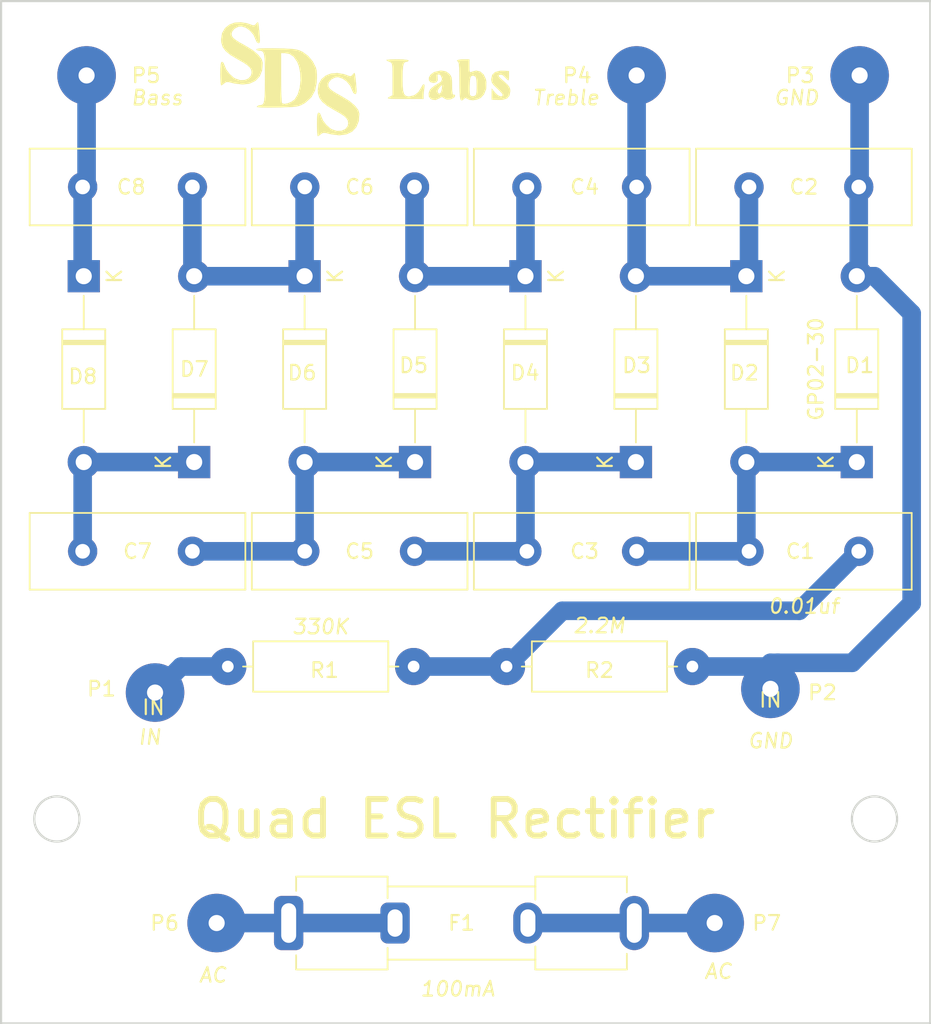
<source format=kicad_pcb>
(kicad_pcb (version 20221018) (generator pcbnew)
  (layers (0 "F.Cu" signal) (31 "B.Cu" signal) (34 "B.Paste" user) (35 "F.Paste" user) (36 "B.SilkS" user "B.Silkscreen") (37 "F.SilkS" user "F.Silkscreen") (38 "B.Mask" user) (39 "F.Mask" user) (44 "Edge.Cuts" user))
  (net 0 "")
  (net 1 "Net-(D1-K)")
  (net 2 "Net-(D2-K)")
  (net 3 "Net-(D1-A)")
  (net 4 "Net-(D3-K)")
  (net 5 "Net-(D4-K)")
  (net 6 "Net-(C1-Pad2)")
  (net 7 "Net-(D5-K)")
  (net 8 "Net-(D6-K)")
  (net 9 "Net-(D7-K)")
  (net 10 "Net-(D8-K)")
  (net 11 "Net-(P6-P1)")
  (net 12 "Net-(P7-P1)")
  (net 13 "Net-(P1-P1)")
  (footprint "Capacitor_THT:C_Disc_D14.5mm_W5.0mm_P7.50mm" (layer "F.Cu") (at 149.92 79.756)
    (fp_text reference "C1" (at 3.496 0) (layer "F.SilkS"))
    (fp_text value "0.01uf" (at 3.75 3.75) (layer "F.SilkS") (effects (font (thickness 0.15) italic)))
    (fp_line (start -3.62 -2.62) (end -3.62 2.62) (stroke (width 0.12)) (layer "F.SilkS"))
    (fp_line (start -3.62 -2.62) (end 11.12 -2.62) (stroke (width 0.12)) (layer "F.SilkS"))
    (fp_line (start -3.62 2.62) (end 11.12 2.62) (stroke (width 0.12)) (layer "F.SilkS"))
    (fp_line (start 11.12 -2.62) (end 11.12 2.62) (stroke (width 0.12)) (layer "F.SilkS"))
    (pad "1" thru_hole circle (at 0 0) (size 2 2) (drill 1) (layers "*.Cu" "*.Mask") (net 1 "Net-(D1-K)"))
    (pad "2" thru_hole circle (at 7.5 0) (size 2 2) (drill 1) (layers "*.Cu" "*.Mask") (net 6 "Net-(C1-Pad2)"))
  )
  (footprint "Capacitor_THT:C_Disc_D14.5mm_W5.0mm_P7.50mm" (layer "F.Cu") (at 149.92 54.864)
    (fp_text reference "C2" (at 3.75 0) (layer "F.SilkS"))
    (fp_text value "0.01uf")
    (fp_line (start -3.62 -2.62) (end -3.62 2.62) (stroke (width 0.12)) (layer "F.SilkS"))
    (fp_line (start -3.62 -2.62) (end 11.12 -2.62) (stroke (width 0.12)) (layer "F.SilkS"))
    (fp_line (start -3.62 2.62) (end 11.12 2.62) (stroke (width 0.12)) (layer "F.SilkS"))
    (fp_line (start 11.12 -2.62) (end 11.12 2.62) (stroke (width 0.12)) (layer "F.SilkS"))
    (pad "1" thru_hole circle (at 0 0) (size 2 2) (drill 1) (layers "*.Cu" "*.Mask") (net 2 "Net-(D2-K)"))
    (pad "2" thru_hole circle (at 7.5 0) (size 2 2) (drill 1) (layers "*.Cu" "*.Mask") (net 3 "Net-(D1-A)"))
  )
  (footprint "Capacitor_THT:C_Disc_D14.5mm_W5.0mm_P7.50mm" (layer "F.Cu") (at 134.74 79.756)
    (fp_text reference "C3" (at 3.944 0) (layer "F.SilkS"))
    (fp_text value "0.01uf")
    (fp_line (start -3.62 -2.62) (end -3.62 2.62) (stroke (width 0.12)) (layer "F.SilkS"))
    (fp_line (start -3.62 -2.62) (end 11.12 -2.62) (stroke (width 0.12)) (layer "F.SilkS"))
    (fp_line (start -3.62 2.62) (end 11.12 2.62) (stroke (width 0.12)) (layer "F.SilkS"))
    (fp_line (start 11.12 -2.62) (end 11.12 2.62) (stroke (width 0.12)) (layer "F.SilkS"))
    (pad "1" thru_hole circle (at 0 0) (size 2 2) (drill 1) (layers "*.Cu" "*.Mask") (net 4 "Net-(D3-K)"))
    (pad "2" thru_hole circle (at 7.5 0) (size 2 2) (drill 1) (layers "*.Cu" "*.Mask") (net 1 "Net-(D1-K)"))
  )
  (footprint "Capacitor_THT:C_Disc_D14.5mm_W5.0mm_P7.50mm" (layer "F.Cu") (at 134.74 54.864)
    (fp_text reference "C4" (at 3.944 0) (layer "F.SilkS"))
    (fp_text value "0.01uf")
    (fp_line (start -3.62 -2.62) (end -3.62 2.62) (stroke (width 0.12)) (layer "F.SilkS"))
    (fp_line (start -3.62 -2.62) (end 11.12 -2.62) (stroke (width 0.12)) (layer "F.SilkS"))
    (fp_line (start -3.62 2.62) (end 11.12 2.62) (stroke (width 0.12)) (layer "F.SilkS"))
    (fp_line (start 11.12 -2.62) (end 11.12 2.62) (stroke (width 0.12)) (layer "F.SilkS"))
    (pad "1" thru_hole circle (at 0 0) (size 2 2) (drill 1) (layers "*.Cu" "*.Mask") (net 5 "Net-(D4-K)"))
    (pad "2" thru_hole circle (at 7.5 0) (size 2 2) (drill 1) (layers "*.Cu" "*.Mask") (net 2 "Net-(D2-K)"))
  )
  (footprint "Capacitor_THT:C_Disc_D14.5mm_W5.0mm_P7.50mm" (layer "F.Cu") (at 119.56 79.756)
    (fp_text reference "C5" (at 3.75 0) (layer "F.SilkS"))
    (fp_text value "0.01uf")
    (fp_line (start -3.62 -2.62) (end -3.62 2.62) (stroke (width 0.12)) (layer "F.SilkS"))
    (fp_line (start -3.62 -2.62) (end 11.12 -2.62) (stroke (width 0.12)) (layer "F.SilkS"))
    (fp_line (start -3.62 2.62) (end 11.12 2.62) (stroke (width 0.12)) (layer "F.SilkS"))
    (fp_line (start 11.12 -2.62) (end 11.12 2.62) (stroke (width 0.12)) (layer "F.SilkS"))
    (pad "1" thru_hole circle (at 0 0) (size 2 2) (drill 1) (layers "*.Cu" "*.Mask") (net 7 "Net-(D5-K)"))
    (pad "2" thru_hole circle (at 7.5 0) (size 2 2) (drill 1) (layers "*.Cu" "*.Mask") (net 4 "Net-(D3-K)"))
  )
  (footprint "Capacitor_THT:C_Disc_D14.5mm_W5.0mm_P7.50mm" (layer "F.Cu") (at 119.56 54.864)
    (fp_text reference "C6" (at 3.75 0) (layer "F.SilkS"))
    (fp_text value "0.01uf")
    (fp_line (start -3.62 -2.62) (end -3.62 2.62) (stroke (width 0.12)) (layer "F.SilkS"))
    (fp_line (start -3.62 -2.62) (end 11.12 -2.62) (stroke (width 0.12)) (layer "F.SilkS"))
    (fp_line (start -3.62 2.62) (end 11.12 2.62) (stroke (width 0.12)) (layer "F.SilkS"))
    (fp_line (start 11.12 -2.62) (end 11.12 2.62) (stroke (width 0.12)) (layer "F.SilkS"))
    (pad "1" thru_hole circle (at 0 0) (size 2 2) (drill 1) (layers "*.Cu" "*.Mask") (net 8 "Net-(D6-K)"))
    (pad "2" thru_hole circle (at 7.5 0) (size 2 2) (drill 1) (layers "*.Cu" "*.Mask") (net 5 "Net-(D4-K)"))
  )
  (footprint "Capacitor_THT:C_Disc_D14.5mm_W5.0mm_P7.50mm" (layer "F.Cu") (at 104.38 79.756)
    (fp_text reference "C7" (at 3.75 0) (layer "F.SilkS"))
    (fp_text value "0.01uf")
    (fp_line (start -3.62 -2.62) (end -3.62 2.62) (stroke (width 0.12)) (layer "F.SilkS"))
    (fp_line (start -3.62 -2.62) (end 11.12 -2.62) (stroke (width 0.12)) (layer "F.SilkS"))
    (fp_line (start -3.62 2.62) (end 11.12 2.62) (stroke (width 0.12)) (layer "F.SilkS"))
    (fp_line (start 11.12 -2.62) (end 11.12 2.62) (stroke (width 0.12)) (layer "F.SilkS"))
    (pad "1" thru_hole circle (at 0 0) (size 2 2) (drill 1) (layers "*.Cu" "*.Mask") (net 9 "Net-(D7-K)"))
    (pad "2" thru_hole circle (at 7.5 0) (size 2 2) (drill 1) (layers "*.Cu" "*.Mask") (net 7 "Net-(D5-K)"))
  )
  (footprint "Capacitor_THT:C_Disc_D14.5mm_W5.0mm_P7.50mm" (layer "F.Cu") (at 104.38 54.864)
    (fp_text reference "C8" (at 3.316 0) (layer "F.SilkS"))
    (fp_text value "0.01uf")
    (fp_line (start -3.62 -2.62) (end -3.62 2.62) (stroke (width 0.12)) (layer "F.SilkS"))
    (fp_line (start -3.62 -2.62) (end 11.12 -2.62) (stroke (width 0.12)) (layer "F.SilkS"))
    (fp_line (start -3.62 2.62) (end 11.12 2.62) (stroke (width 0.12)) (layer "F.SilkS"))
    (fp_line (start 11.12 -2.62) (end 11.12 2.62) (stroke (width 0.12)) (layer "F.SilkS"))
    (pad "1" thru_hole circle (at 0 0) (size 2 2) (drill 1) (layers "*.Cu" "*.Mask") (net 10 "Net-(D8-K)"))
    (pad "2" thru_hole circle (at 7.5 0) (size 2 2) (drill 1) (layers "*.Cu" "*.Mask") (net 8 "Net-(D6-K)"))
  )
  (footprint "Diode_THT:D_DO-41_SOD81_P12.70mm_Horizontal" (layer "F.Cu") (at 157.286 73.66 90)
    (fp_text reference "D1" (at 6.604 0.194 180) (layer "F.SilkS"))
    (fp_text value "D")
    (fp_text user "K" (at 0 -2.1 90) (layer "F.SilkS"))
    (fp_line (start 1.34 0) (end 3.63 0) (stroke (width 0.12)) (layer "F.SilkS"))
    (fp_line (start 3.63 -1.47) (end 3.63 1.47) (stroke (width 0.12)) (layer "F.SilkS"))
    (fp_line (start 3.63 1.47) (end 9.07 1.47) (stroke (width 0.12)) (layer "F.SilkS"))
    (fp_line (start 4.41 -1.47) (end 4.41 1.47) (stroke (width 0.12)) (layer "F.SilkS"))
    (fp_line (start 4.53 -1.47) (end 4.53 1.47) (stroke (width 0.12)) (layer "F.SilkS"))
    (fp_line (start 4.65 -1.47) (end 4.65 1.47) (stroke (width 0.12)) (layer "F.SilkS"))
    (fp_line (start 9.07 -1.47) (end 3.63 -1.47) (stroke (width 0.12)) (layer "F.SilkS"))
    (fp_line (start 9.07 1.47) (end 9.07 -1.47) (stroke (width 0.12)) (layer "F.SilkS"))
    (fp_line (start 11.36 0) (end 9.07 0) (stroke (width 0.12)) (layer "F.SilkS"))
    (pad "1" thru_hole rect (at 0 0 90) (size 2.2 2.2) (drill 1.1) (layers "*.Cu" "*.Mask") (net 1 "Net-(D1-K)"))
    (pad "2" thru_hole oval (at 12.7 0 90) (size 2.2 2.2) (drill 1.1) (layers "*.Cu" "*.Mask") (net 3 "Net-(D1-A)"))
  )
  (footprint "Diode_THT:D_DO-41_SOD81_P12.70mm_Horizontal" (layer "F.Cu") (at 149.738568 60.96 -90)
    (fp_text reference "D2" (at 6.604 0.132568) (layer "F.SilkS"))
    (fp_text value "D")
    (fp_text user "K" (at 0 -2.1 -90) (layer "F.SilkS"))
    (fp_line (start 1.34 0) (end 3.63 0) (stroke (width 0.12)) (layer "F.SilkS"))
    (fp_line (start 3.63 -1.47) (end 3.63 1.47) (stroke (width 0.12)) (layer "F.SilkS"))
    (fp_line (start 3.63 1.47) (end 9.07 1.47) (stroke (width 0.12)) (layer "F.SilkS"))
    (fp_line (start 4.41 -1.47) (end 4.41 1.47) (stroke (width 0.12)) (layer "F.SilkS"))
    (fp_line (start 4.53 -1.47) (end 4.53 1.47) (stroke (width 0.12)) (layer "F.SilkS"))
    (fp_line (start 4.65 -1.47) (end 4.65 1.47) (stroke (width 0.12)) (layer "F.SilkS"))
    (fp_line (start 9.07 -1.47) (end 3.63 -1.47) (stroke (width 0.12)) (layer "F.SilkS"))
    (fp_line (start 9.07 1.47) (end 9.07 -1.47) (stroke (width 0.12)) (layer "F.SilkS"))
    (fp_line (start 11.36 0) (end 9.07 0) (stroke (width 0.12)) (layer "F.SilkS"))
    (pad "1" thru_hole rect (at 0 0 270) (size 2.2 2.2) (drill 1.1) (layers "*.Cu" "*.Mask") (net 2 "Net-(D2-K)"))
    (pad "2" thru_hole oval (at 12.7 0 270) (size 2.2 2.2) (drill 1.1) (layers "*.Cu" "*.Mask") (net 1 "Net-(D1-K)"))
  )
  (footprint "Diode_THT:D_DO-41_SOD81_P12.70mm_Horizontal" (layer "F.Cu") (at 142.19114 73.66 90)
    (fp_text reference "D3" (at 6.604 0.04886 180) (layer "F.SilkS"))
    (fp_text value "D")
    (fp_text user "K" (at 0 -2.1 90) (layer "F.SilkS"))
    (fp_line (start 1.34 0) (end 3.63 0) (stroke (width 0.12)) (layer "F.SilkS"))
    (fp_line (start 3.63 -1.47) (end 3.63 1.47) (stroke (width 0.12)) (layer "F.SilkS"))
    (fp_line (start 3.63 1.47) (end 9.07 1.47) (stroke (width 0.12)) (layer "F.SilkS"))
    (fp_line (start 4.41 -1.47) (end 4.41 1.47) (stroke (width 0.12)) (layer "F.SilkS"))
    (fp_line (start 4.53 -1.47) (end 4.53 1.47) (stroke (width 0.12)) (layer "F.SilkS"))
    (fp_line (start 4.65 -1.47) (end 4.65 1.47) (stroke (width 0.12)) (layer "F.SilkS"))
    (fp_line (start 9.07 -1.47) (end 3.63 -1.47) (stroke (width 0.12)) (layer "F.SilkS"))
    (fp_line (start 9.07 1.47) (end 9.07 -1.47) (stroke (width 0.12)) (layer "F.SilkS"))
    (fp_line (start 11.36 0) (end 9.07 0) (stroke (width 0.12)) (layer "F.SilkS"))
    (pad "1" thru_hole rect (at 0 0 90) (size 2.2 2.2) (drill 1.1) (layers "*.Cu" "*.Mask") (net 4 "Net-(D3-K)"))
    (pad "2" thru_hole oval (at 12.7 0 90) (size 2.2 2.2) (drill 1.1) (layers "*.Cu" "*.Mask") (net 2 "Net-(D2-K)"))
  )
  (footprint "Diode_THT:D_DO-41_SOD81_P12.70mm_Horizontal" (layer "F.Cu") (at 134.643712 60.96 -90)
    (fp_text reference "D4" (at 6.604 0.023712) (layer "F.SilkS"))
    (fp_text value "D")
    (fp_text user "K" (at 0 -2.1 -90) (layer "F.SilkS"))
    (fp_line (start 1.34 0) (end 3.63 0) (stroke (width 0.12)) (layer "F.SilkS"))
    (fp_line (start 3.63 -1.47) (end 3.63 1.47) (stroke (width 0.12)) (layer "F.SilkS"))
    (fp_line (start 3.63 1.47) (end 9.07 1.47) (stroke (width 0.12)) (layer "F.SilkS"))
    (fp_line (start 4.41 -1.47) (end 4.41 1.47) (stroke (width 0.12)) (layer "F.SilkS"))
    (fp_line (start 4.53 -1.47) (end 4.53 1.47) (stroke (width 0.12)) (layer "F.SilkS"))
    (fp_line (start 4.65 -1.47) (end 4.65 1.47) (stroke (width 0.12)) (layer "F.SilkS"))
    (fp_line (start 9.07 -1.47) (end 3.63 -1.47) (stroke (width 0.12)) (layer "F.SilkS"))
    (fp_line (start 9.07 1.47) (end 9.07 -1.47) (stroke (width 0.12)) (layer "F.SilkS"))
    (fp_line (start 11.36 0) (end 9.07 0) (stroke (width 0.12)) (layer "F.SilkS"))
    (pad "1" thru_hole rect (at 0 0 270) (size 2.2 2.2) (drill 1.1) (layers "*.Cu" "*.Mask") (net 5 "Net-(D4-K)"))
    (pad "2" thru_hole oval (at 12.7 0 270) (size 2.2 2.2) (drill 1.1) (layers "*.Cu" "*.Mask") (net 4 "Net-(D3-K)"))
  )
  (footprint "Diode_THT:D_DO-41_SOD81_P12.70mm_Horizontal" (layer "F.Cu") (at 127.096284 73.66 90)
    (fp_text reference "D5" (at 6.604 -0.096284 180) (layer "F.SilkS"))
    (fp_text value "D")
    (fp_text user "K" (at 0 -2.1 90) (layer "F.SilkS"))
    (fp_line (start 1.34 0) (end 3.63 0) (stroke (width 0.12)) (layer "F.SilkS"))
    (fp_line (start 3.63 -1.47) (end 3.63 1.47) (stroke (width 0.12)) (layer "F.SilkS"))
    (fp_line (start 3.63 1.47) (end 9.07 1.47) (stroke (width 0.12)) (layer "F.SilkS"))
    (fp_line (start 4.41 -1.47) (end 4.41 1.47) (stroke (width 0.12)) (layer "F.SilkS"))
    (fp_line (start 4.53 -1.47) (end 4.53 1.47) (stroke (width 0.12)) (layer "F.SilkS"))
    (fp_line (start 4.65 -1.47) (end 4.65 1.47) (stroke (width 0.12)) (layer "F.SilkS"))
    (fp_line (start 9.07 -1.47) (end 3.63 -1.47) (stroke (width 0.12)) (layer "F.SilkS"))
    (fp_line (start 9.07 1.47) (end 9.07 -1.47) (stroke (width 0.12)) (layer "F.SilkS"))
    (fp_line (start 11.36 0) (end 9.07 0) (stroke (width 0.12)) (layer "F.SilkS"))
    (pad "1" thru_hole rect (at 0 0 90) (size 2.2 2.2) (drill 1.1) (layers "*.Cu" "*.Mask") (net 7 "Net-(D5-K)"))
    (pad "2" thru_hole oval (at 12.7 0 90) (size 2.2 2.2) (drill 1.1) (layers "*.Cu" "*.Mask") (net 5 "Net-(D4-K)"))
  )
  (footprint "Diode_THT:D_DO-41_SOD81_P12.70mm_Horizontal" (layer "F.Cu") (at 119.548856 60.96 -90)
    (fp_text reference "D6" (at 6.604 0.168856) (layer "F.SilkS"))
    (fp_text value "D")
    (fp_text user "K" (at 0 -2.1 -90) (layer "F.SilkS"))
    (fp_line (start 1.34 0) (end 3.63 0) (stroke (width 0.12)) (layer "F.SilkS"))
    (fp_line (start 3.63 -1.47) (end 3.63 1.47) (stroke (width 0.12)) (layer "F.SilkS"))
    (fp_line (start 3.63 1.47) (end 9.07 1.47) (stroke (width 0.12)) (layer "F.SilkS"))
    (fp_line (start 4.41 -1.47) (end 4.41 1.47) (stroke (width 0.12)) (layer "F.SilkS"))
    (fp_line (start 4.53 -1.47) (end 4.53 1.47) (stroke (width 0.12)) (layer "F.SilkS"))
    (fp_line (start 4.65 -1.47) (end 4.65 1.47) (stroke (width 0.12)) (layer "F.SilkS"))
    (fp_line (start 9.07 -1.47) (end 3.63 -1.47) (stroke (width 0.12)) (layer "F.SilkS"))
    (fp_line (start 9.07 1.47) (end 9.07 -1.47) (stroke (width 0.12)) (layer "F.SilkS"))
    (fp_line (start 11.36 0) (end 9.07 0) (stroke (width 0.12)) (layer "F.SilkS"))
    (pad "1" thru_hole rect (at 0 0 270) (size 2.2 2.2) (drill 1.1) (layers "*.Cu" "*.Mask") (net 8 "Net-(D6-K)"))
    (pad "2" thru_hole oval (at 12.7 0 270) (size 2.2 2.2) (drill 1.1) (layers "*.Cu" "*.Mask") (net 7 "Net-(D5-K)"))
  )
  (footprint "Diode_THT:D_DO-41_SOD81_P12.70mm_Horizontal" (layer "F.Cu") (at 112.001428 73.66 90)
    (fp_text reference "D7" (at 6.35 0.012572 180) (layer "F.SilkS"))
    (fp_text value "D")
    (fp_text user "K" (at 0 -2.1 90) (layer "F.SilkS"))
    (fp_line (start 1.34 0) (end 3.63 0) (stroke (width 0.12)) (layer "F.SilkS"))
    (fp_line (start 3.63 -1.47) (end 3.63 1.47) (stroke (width 0.12)) (layer "F.SilkS"))
    (fp_line (start 3.63 1.47) (end 9.07 1.47) (stroke (width 0.12)) (layer "F.SilkS"))
    (fp_line (start 4.41 -1.47) (end 4.41 1.47) (stroke (width 0.12)) (layer "F.SilkS"))
    (fp_line (start 4.53 -1.47) (end 4.53 1.47) (stroke (width 0.12)) (layer "F.SilkS"))
    (fp_line (start 4.65 -1.47) (end 4.65 1.47) (stroke (width 0.12)) (layer "F.SilkS"))
    (fp_line (start 9.07 -1.47) (end 3.63 -1.47) (stroke (width 0.12)) (layer "F.SilkS"))
    (fp_line (start 9.07 1.47) (end 9.07 -1.47) (stroke (width 0.12)) (layer "F.SilkS"))
    (fp_line (start 11.36 0) (end 9.07 0) (stroke (width 0.12)) (layer "F.SilkS"))
    (pad "1" thru_hole rect (at 0 0 90) (size 2.2 2.2) (drill 1.1) (layers "*.Cu" "*.Mask") (net 9 "Net-(D7-K)"))
    (pad "2" thru_hole oval (at 12.7 0 90) (size 2.2 2.2) (drill 1.1) (layers "*.Cu" "*.Mask") (net 8 "Net-(D6-K)"))
  )
  (footprint "Diode_THT:D_DO-41_SOD81_P12.70mm_Horizontal" (layer "F.Cu") (at 104.454 60.96 -90)
    (fp_text reference "D8" (at 6.858 0.06) (layer "F.SilkS"))
    (fp_text value "D")
    (fp_text user "K" (at 0 -2.1 -90) (layer "F.SilkS"))
    (fp_line (start 1.34 0) (end 3.63 0) (stroke (width 0.12)) (layer "F.SilkS"))
    (fp_line (start 3.63 -1.47) (end 3.63 1.47) (stroke (width 0.12)) (layer "F.SilkS"))
    (fp_line (start 3.63 1.47) (end 9.07 1.47) (stroke (width 0.12)) (layer "F.SilkS"))
    (fp_line (start 4.41 -1.47) (end 4.41 1.47) (stroke (width 0.12)) (layer "F.SilkS"))
    (fp_line (start 4.53 -1.47) (end 4.53 1.47) (stroke (width 0.12)) (layer "F.SilkS"))
    (fp_line (start 4.65 -1.47) (end 4.65 1.47) (stroke (width 0.12)) (layer "F.SilkS"))
    (fp_line (start 9.07 -1.47) (end 3.63 -1.47) (stroke (width 0.12)) (layer "F.SilkS"))
    (fp_line (start 9.07 1.47) (end 9.07 -1.47) (stroke (width 0.12)) (layer "F.SilkS"))
    (fp_line (start 11.36 0) (end 9.07 0) (stroke (width 0.12)) (layer "F.SilkS"))
    (pad "1" thru_hole rect (at 0 0 270) (size 2.2 2.2) (drill 1.1) (layers "*.Cu" "*.Mask") (net 10 "Net-(D8-K)"))
    (pad "2" thru_hole oval (at 12.7 0 270) (size 2.2 2.2) (drill 1.1) (layers "*.Cu" "*.Mask") (net 9 "Net-(D7-K)"))
  )
  (footprint "Connector_Wire:SolderWire-0.1sqmm_1x01_D0.4mm_OD1mm" (layer "F.Cu") (at 109.328 89.408)
    (fp_text reference "P1" (at -3.664 -0.254) (layer "F.SilkS"))
    (fp_text value "IN" (at -0.362 3.048) (layer "F.SilkS") (effects (font (thickness 0.15) italic)))
    (pad "1" thru_hole circle (at 0 0) (size 4 4) (drill 1.1) (layers "*.Cu" "*.Mask") (net 13 "Net-(P1-P1)"))
  )
  (footprint "Connector_Wire:SolderWire-0.5sqmm_1x01_D0.9mm_OD2.1mm" (layer "F.Cu") (at 151.384 89.154)
    (fp_text reference "P2" (at 3.556 0.254) (layer "F.SilkS"))
    (fp_text value "GND" (at 0 3.556) (layer "F.SilkS") (effects (font (thickness 0.15) italic)))
    (pad "1" thru_hole circle (at 0 0) (size 4 4) (drill 1.1) (layers "*.Cu" "*.Mask") (net 3 "Net-(D1-A)"))
  )
  (footprint "Connector_Wire:SolderWire-0.5sqmm_1x01_D0.9mm_OD2.1mm" (layer "F.Cu") (at 157.48 47.244 90)
    (fp_text reference "P3" (at 0 -4.064 180) (layer "F.SilkS"))
    (fp_text value "GND" (at -1.524 -4.318 180) (layer "F.SilkS") (effects (font (thickness 0.15) italic)))
    (pad "1" thru_hole circle (at 0 0 90) (size 4 4) (drill 1.1) (layers "*.Cu" "*.Mask") (net 3 "Net-(D1-A)"))
  )
  (footprint "Connector_Wire:SolderWire-0.5sqmm_1x01_D0.9mm_OD2.1mm" (layer "F.Cu") (at 142.24 47.244 90)
    (fp_text reference "P4" (at 0 -4.064 180) (layer "F.SilkS"))
    (fp_text value "Treble" (at -1.524 -4.826 180) (layer "F.SilkS") (effects (font (thickness 0.15) italic)))
    (pad "1" thru_hole circle (at 0 0 90) (size 4 4) (drill 1.1) (layers "*.Cu" "*.Mask") (net 2 "Net-(D2-K)"))
  )
  (footprint "Connector_Wire:SolderWire-0.5sqmm_1x01_D0.9mm_OD2.1mm" (layer "F.Cu") (at 104.648 47.244 90)
    (fp_text reference "P5" (at 0 4.064 180) (layer "F.SilkS"))
    (fp_text value "Bass" (at -1.524 4.826 180) (layer "F.SilkS") (effects (font (thickness 0.15) italic)))
    (pad "1" thru_hole circle (at 0 0 90) (size 4 4) (drill 1.1) (layers "*.Cu" "*.Mask") (net 10 "Net-(D8-K)"))
  )
  (footprint "Resistor_THT:R_Axial_DIN0309_L9.0mm_D3.2mm_P12.70mm_Horizontal" (layer "F.Cu") (at 127 87.63 180)
    (fp_text reference "R1" (at 6.096 -0.254 180) (layer "F.SilkS"))
    (fp_text value "330K" (at 6.35 2.72 180) (layer "F.SilkS") (effects (font (thickness 0.15) italic)))
    (fp_line (start 1.04 0) (end 1.73 0) (stroke (width 0.12)) (layer "F.SilkS"))
    (fp_line (start 1.73 -1.72) (end 1.73 1.72) (stroke (width 0.12)) (layer "F.SilkS"))
    (fp_line (start 1.73 1.72) (end 10.97 1.72) (stroke (width 0.12)) (layer "F.SilkS"))
    (fp_line (start 10.97 -1.72) (end 1.73 -1.72) (stroke (width 0.12)) (layer "F.SilkS"))
    (fp_line (start 10.97 1.72) (end 10.97 -1.72) (stroke (width 0.12)) (layer "F.SilkS"))
    (fp_line (start 11.66 0) (end 10.97 0) (stroke (width 0.12)) (layer "F.SilkS"))
    (pad "1" thru_hole circle (at 0 0 180) (size 2.54 2.54) (drill 0.8) (layers "*.Cu" "*.Mask") (net 6 "Net-(C1-Pad2)"))
    (pad "2" thru_hole circle (at 12.7 0 180) (size 2.54 2.54) (drill 0.8) (layers "*.Cu" "*.Mask") (net 13 "Net-(P1-P1)"))
  )
  (footprint "Resistor_THT:R_Axial_DIN0309_L9.0mm_D3.2mm_P12.70mm_Horizontal" (layer "F.Cu") (at 133.35 87.63)
    (fp_text reference "R2" (at 6.35 0.254) (layer "F.SilkS"))
    (fp_text value "2.2M" (at 6.35 -2.794) (layer "F.SilkS") (effects (font (thickness 0.15) italic)))
    (fp_line (start 1.04 0) (end 1.73 0) (stroke (width 0.12)) (layer "F.SilkS"))
    (fp_line (start 1.73 -1.72) (end 1.73 1.72) (stroke (width 0.12)) (layer "F.SilkS"))
    (fp_line (start 1.73 1.72) (end 10.97 1.72) (stroke (width 0.12)) (layer "F.SilkS"))
    (fp_line (start 10.97 -1.72) (end 1.73 -1.72) (stroke (width 0.12)) (layer "F.SilkS"))
    (fp_line (start 10.97 1.72) (end 10.97 -1.72) (stroke (width 0.12)) (layer "F.SilkS"))
    (fp_line (start 11.66 0) (end 10.97 0) (stroke (width 0.12)) (layer "F.SilkS"))
    (pad "1" thru_hole circle (at 0 0) (size 2.54 2.54) (drill 0.8) (layers "*.Cu" "*.Mask") (net 6 "Net-(C1-Pad2)"))
    (pad "2" thru_hole circle (at 12.7 0) (size 2.54 2.54) (drill 0.8) (layers "*.Cu" "*.Mask") (net 3 "Net-(D1-A)"))
  )
  (footprint "sdsLogos:sdsLabs-large-fSilk" (layer "F.Cu") (at 124.206 47.244)
    (fp_text reference "G***" hide)
    (fp_text value "LOGO" hide)
    (fp_poly (pts (xy 9.313333 -0.301842) (xy 9.313333 0.018412) (xy 9.30248 0.223681) (xy 9.275546 0.333103) (xy 9.266939 0.338667) (xy 9.186363 0.280918) (xy 9.04934 0.13926) (xy 9.026281 0.112822) (xy 8.850109 -0.042578) (xy 8.692423 -0.058414) (xy 8.670508 -0.050968) (xy 8.600486 -0.005492) (xy 8.613678 0.06682) (xy 8.72669 0.192087) (xy 8.9535 0.394167) (xy 9.198105 0.618444) (xy 9.333965 0.788578) (xy 9.390256 0.948668) (xy 9.398 1.065956) (xy 9.344055 1.373287) (xy 9.175094 1.569559) (xy 8.880429 1.662824) (xy 8.594694 1.671179) (xy 8.128081 1.651) (xy 8.128979 1.27) (xy 8.129878 0.889) (xy 8.346742 1.164167) (xy 8.522619 1.334656) (xy 8.699731 1.428019) (xy 8.836336 1.43126) (xy 8.890689 1.3335) (xy 8.831304 1.225716) (xy 8.676214 1.052067) (xy 8.495578 0.882908) (xy 8.264026 0.663001) (xy 8.14283 0.488199) (xy 8.101309 0.309897) (xy 8.099778 0.255881) (xy 8.166202 -0.040708) (xy 8.364703 -0.231953) (xy 8.694126 -0.317022) (xy 8.89891 -0.319874) (xy 9.313333 -0.301842)) (stroke (width 0.01)) (fill solid) (layer "F.SilkS"))
    (fp_poly (pts (xy 2.058452 -1.091786) (xy 2.318904 -1.067203) (xy 2.446893 -1.030006) (xy 2.455333 -1.016) (xy 2.384874 -0.945846) (xy 2.295875 -0.931333) (xy 2.188465 -0.901783) (xy 2.113767 -0.797632) (xy 2.066508 -0.595634) (xy 2.041418 -0.272541) (xy 2.033224 0.194894) (xy 2.033156 0.227321) (xy 2.041744 0.71191) (xy 2.075039 1.05151) (xy 2.141823 1.269716) (xy 2.250873 1.390122) (xy 2.410971 1.436322) (xy 2.484153 1.439333) (xy 2.826577 1.359773) (xy 3.11735 1.140855) (xy 3.300811 0.849536) (xy 3.410521 0.652192) (xy 3.499017 0.599133) (xy 3.540594 0.689473) (xy 3.52425 0.85725) (xy 3.484779 1.136326) (xy 3.471333 1.36525) (xy 3.471333 1.608667) (xy 2.180167 1.605277) (xy 1.6915 1.602865) (xy 1.352357 1.597007) (xy 1.142932 1.585273) (xy 1.043419 1.565237) (xy 1.034011 1.534471) (xy 1.094903 1.490549) (xy 1.121833 1.475573) (xy 1.354667 1.349258) (xy 1.354667 0.2492) (xy 1.353728 -0.199669) (xy 1.347432 -0.508324) (xy 1.330558 -0.705884) (xy 1.297884 -0.821469) (xy 1.24419 -0.884198) (xy 1.164254 -0.92319) (xy 1.143 -0.931334) (xy 0.986728 -1.005289) (xy 0.931333 -1.056238) (xy 1.009696 -1.075804) (xy 1.219599 -1.090974) (xy 1.523262 -1.099544) (xy 1.693333 -1.100667) (xy 2.058452 -1.091786)) (stroke (width 0.01)) (fill solid) (layer "F.SilkS"))
    (fp_poly (pts (xy 6.604 -0.632021) (xy 6.608614 -0.367831) (xy 6.631843 -0.240158) (xy 6.687766 -0.216246) (xy 6.767767 -0.251021) (xy 7.069541 -0.332347) (xy 7.348318 -0.263433) (xy 7.576821 -0.063321) (xy 7.727774 0.248951) (xy 7.766182 0.44589) (xy 7.752049 0.912285) (xy 7.599266 1.294618) (xy 7.385455 1.52687) (xy 7.154412 1.640366) (xy 6.873388 1.689852) (xy 6.611743 1.67051) (xy 6.4516 1.591733) (xy 6.336386 1.533728) (xy 6.2484 1.591733) (xy 6.134772 1.688011) (xy 6.051058 1.70572) (xy 5.99286 1.628322) (xy 5.955786 1.439276) (xy 5.935439 1.122044) (xy 5.932253 0.938362) (xy 6.614258 0.938362) (xy 6.62103 1.189543) (xy 6.639516 1.3251) (xy 6.75035 1.423018) (xy 6.913604 1.425662) (xy 7.044492 1.336995) (xy 7.060608 1.305408) (xy 7.094867 1.122865) (xy 7.109135 0.849656) (xy 7.10463 0.548265) (xy 7.082571 0.281177) (xy 7.044175 0.110876) (xy 7.037058 0.097503) (xy 6.903027 0.015511) (xy 6.805521 0.013711) (xy 6.718687 0.055365) (xy 6.665739 0.164089) (xy 6.635501 0.377064) (xy 6.621007 0.627475) (xy 6.614258 0.938362) (xy 5.932253 0.938362) (xy 5.927424 0.660085) (xy 5.926667 0.381) (xy 5.921358 -0.147776) (xy 5.906029 -0.551515) (xy 5.881573 -0.816359) (xy 5.848885 -0.928447) (xy 5.842 -0.931333) (xy 5.759793 -0.995763) (xy 5.757333 -1.016) (xy 5.83348 -1.064298) (xy 6.028175 -1.094953) (xy 6.180667 -1.100667) (xy 6.604 -1.100667) (xy 6.604 -0.632021)) (stroke (width 0.01)) (fill solid) (layer "F.SilkS"))
    (fp_poly (pts (xy 4.99239 -0.280479) (xy 5.210848 -0.130849) (xy 5.318951 -0.00354) (xy 5.381667 0.141417) (xy 5.410917 0.352878) (xy 5.418622 0.679696) (xy 5.418667 0.720815) (xy 5.428074 1.036966) (xy 5.453737 1.245713) (xy 5.491817 1.318073) (xy 5.497483 1.315949) (xy 5.596134 1.309621) (xy 5.627638 1.39664) (xy 5.56694 1.506332) (xy 5.565427 1.5076) (xy 5.326421 1.63261) (xy 5.07564 1.654391) (xy 4.881238 1.567142) (xy 4.764077 1.476831) (xy 4.650238 1.498592) (xy 4.553894 1.561019) (xy 4.290631 1.680218) (xy 4.037735 1.642642) (xy 3.958167 1.601885) (xy 3.835953 1.444693) (xy 3.819601 1.219047) (xy 3.847633 1.14299) (xy 4.43328 1.14299) (xy 4.520999 1.253087) (xy 4.619522 1.221103) (xy 4.69898 1.069334) (xy 4.725573 0.924813) (xy 4.752147 0.635) (xy 4.565643 0.818449) (xy 4.436205 1.009807) (xy 4.43328 1.14299) (xy 3.847633 1.14299) (xy 3.905585 0.985758) (xy 4.0005 0.871329) (xy 4.213174 0.709502) (xy 4.463658 0.5593) (xy 4.471323 0.555396) (xy 4.662131 0.432043) (xy 4.728212 0.29314) (xy 4.725323 0.186383) (xy 4.646596 -0.009903) (xy 4.538725 -0.071316) (xy 4.42449 -0.063638) (xy 4.419067 0.051308) (xy 4.427101 0.084293) (xy 4.442705 0.33376) (xy 4.329431 0.473754) (xy 4.145314 0.508) (xy 3.934717 0.453229) (xy 3.835798 0.315006) (xy 3.84342 0.132467) (xy 3.952445 -0.055252) (xy 4.157735 -0.209014) (xy 4.24418 -0.245095) (xy 4.659048 -0.334243) (xy 4.99239 -0.280479)) (stroke (width 0.01)) (fill solid) (layer "F.SilkS"))
    (fp_poly (pts (xy -6.787257 -1.852533) (xy -6.582833 -1.848785) (xy -6.059587 -1.836106) (xy -5.673303 -1.820137) (xy -5.391613 -1.796598) (xy -5.182151 -1.761211) (xy -5.012548 -1.709697) (xy -4.850436 -1.637778) (xy -4.801902 -1.613362) (xy -4.424603 -1.342507) (xy -4.10758 -0.969091) (xy -3.893864 -0.549324) (xy -3.842945 -0.360732) (xy -3.820522 -0.117732) (xy -3.818612 0.212422) (xy -3.832453 0.483869) (xy -3.946887 1.037358) (xy -4.195779 1.489487) (xy -4.583582 1.847395) (xy -4.745093 1.947333) (xy -4.894608 2.025682) (xy -5.041639 2.08278) (xy -5.21693 2.122715) (xy -5.451227 2.149578) (xy -5.775275 2.16746) (xy -6.219817 2.18045) (xy -6.550002 2.187456) (xy -7.118003 2.195021) (xy -7.527279 2.191456) (xy -7.788102 2.176286) (xy -7.910747 2.149035) (xy -7.920839 2.123956) (xy -7.795831 2.043776) (xy -7.716603 2.032) (xy -7.601932 2.02042) (xy -7.515257 1.971969) (xy -7.452707 1.866084) (xy -7.410413 1.682197) (xy -7.384503 1.399744) (xy -7.371106 0.99816) (xy -7.366352 0.456879) (xy -7.366 0.169333) (xy -7.367906 -0.438533) (xy -7.376575 -0.897798) (xy -7.396432 -1.229176) (xy -7.431903 -1.453383) (xy -7.460359 -1.524) (xy -6.265333 -1.524) (xy -6.265333 0.155222) (xy -6.262267 0.672765) (xy -6.253718 1.132098) (xy -6.24066 1.506463) (xy -6.224069 1.769101) (xy -6.20492 1.893254) (xy -6.201833 1.898333) (xy -6.048877 1.945691) (xy -5.818325 1.908295) (xy -5.567122 1.804214) (xy -5.352212 1.651514) (xy -5.320292 1.618618) (xy -5.120814 1.289964) (xy -4.990861 0.852828) (xy -4.933363 0.354415) (xy -4.951249 -0.158069) (xy -5.047448 -0.63742) (xy -5.162344 -0.92678) (xy -5.4014 -1.277028) (xy -5.688366 -1.472071) (xy -5.987839 -1.524) (xy -6.265333 -1.524) (xy -7.460359 -1.524) (xy -7.487413 -1.591133) (xy -7.567388 -1.663143) (xy -7.676253 -1.690126) (xy -7.763934 -1.693333) (xy -7.914713 -1.72726) (xy -7.958667 -1.785285) (xy -7.889206 -1.822391) (xy -7.67582 -1.845737) (xy -7.311006 -1.855669) (xy -6.787257 -1.852533)) (stroke (width 0.01)) (fill solid) (layer "F.SilkS"))
    (fp_poly (pts (xy -8.583737 -3.563784) (xy -8.418226 -3.505659) (xy -8.207962 -3.425945) (xy -8.091538 -3.419725) (xy -8.009262 -3.489067) (xy -7.985428 -3.520645) (xy -7.885576 -3.624628) (xy -7.840002 -3.634486) (xy -7.816719 -3.539122) (xy -7.78605 -3.316967) (xy -7.753517 -3.010069) (xy -7.743528 -2.899833) (xy -7.717556 -2.552544) (xy -7.71577 -2.341594) (xy -7.741256 -2.235311) (xy -7.797098 -2.202021) (xy -7.811556 -2.201333) (xy -7.923854 -2.273956) (xy -7.997451 -2.429003) (xy -8.142442 -2.763845) (xy -8.376478 -3.049334) (xy -8.661454 -3.255959) (xy -8.959263 -3.354212) (xy -9.171382 -3.338052) (xy -9.445959 -3.19666) (xy -9.615931 -2.990535) (xy -9.652 -2.836333) (xy -9.628292 -2.698903) (xy -9.541748 -2.567922) (xy -9.369239 -2.42382) (xy -9.087637 -2.24703) (xy -8.703895 -2.034147) (xy -8.202629 -1.726116) (xy -7.829791 -1.414621) (xy -7.598411 -1.112557) (xy -7.522166 -0.864887) (xy -7.559183 -0.352342) (xy -7.726192 0.060248) (xy -8.01093 0.364783) (xy -8.401136 0.553163) (xy -8.884547 0.617287) (xy -9.448901 0.549057) (xy -9.6033 0.509782) (xy -9.852911 0.449739) (xy -10.00469 0.450433) (xy -10.120092 0.515145) (xy -10.147288 0.538829) (xy -10.286313 0.645793) (xy -10.357167 0.677333) (xy -10.381588 0.598805) (xy -10.400753 0.387734) (xy -10.412063 0.08089) (xy -10.414 -0.127) (xy -10.408512 -0.517865) (xy -10.389585 -0.765195) (xy -10.353526 -0.89451) (xy -10.297583 -0.931333) (xy -10.199743 -0.85813) (xy -10.132731 -0.689155) (xy -10.012337 -0.402466) (xy -9.789242 -0.105451) (xy -9.513995 0.140197) (xy -9.39212 0.214707) (xy -9.061931 0.321234) (xy -8.74843 0.312708) (xy -8.488836 0.202909) (xy -8.320369 0.005616) (xy -8.276167 -0.198422) (xy -8.302048 -0.379073) (xy -8.394998 -0.542133) (xy -8.577975 -0.709231) (xy -8.873936 -0.901996) (xy -9.24085 -1.107224) (xy -9.717413 -1.391448) (xy -10.04802 -1.661022) (xy -10.251814 -1.938935) (xy -10.347937 -2.248174) (xy -10.361898 -2.453517) (xy -10.297309 -2.889385) (xy -10.095628 -3.23268) (xy -9.795567 -3.475059) (xy -9.444212 -3.604488) (xy -9.018884 -3.634539) (xy -8.583737 -3.563784)) (stroke (width 0.01)) (fill solid) (layer "F.SilkS"))
    (fp_poly (pts (xy -1.979737 -0.092451) (xy -1.814226 -0.034325) (xy -1.603962 0.045388) (xy -1.487538 0.051608) (xy -1.405262 -0.017734) (xy -1.381428 -0.049311) (xy -1.281576 -0.153295) (xy -1.236002 -0.163153) (xy -1.212719 -0.067789) (xy -1.18205 0.154367) (xy -1.149517 0.461264) (xy -1.139528 0.5715) (xy -1.113556 0.918789) (xy -1.11177 1.129739) (xy -1.137256 1.236022) (xy -1.193098 1.269313) (xy -1.207556 1.27) (xy -1.319854 1.197377) (xy -1.393451 1.042331) (xy -1.538442 0.707488) (xy -1.772478 0.422) (xy -2.057454 0.215375) (xy -2.355263 0.117121) (xy -2.567382 0.133281) (xy -2.841959 0.274673) (xy -3.011931 0.480798) (xy -3.048 0.635) (xy -3.024292 0.77243) (xy -2.937748 0.903411) (xy -2.765239 1.047513) (xy -2.483637 1.224304) (xy -2.099895 1.437186) (xy -1.598629 1.745217) (xy -1.225791 2.056712) (xy -0.994411 2.358776) (xy -0.918166 2.606446) (xy -0.955183 3.118992) (xy -1.122192 3.531582) (xy -1.40693 3.836116) (xy -1.797136 4.024496) (xy -2.280547 4.08862) (xy -2.844901 4.02039) (xy -2.9993 3.981116) (xy -3.248911 3.921072) (xy -3.40069 3.921766) (xy -3.516092 3.986478) (xy -3.543288 4.010162) (xy -3.682313 4.117127) (xy -3.753167 4.148667) (xy -3.777588 4.070139) (xy -3.796753 3.859068) (xy -3.808063 3.552224) (xy -3.81 3.344333) (xy -3.804512 2.953469) (xy -3.785585 2.706138) (xy -3.749526 2.576824) (xy -3.693583 2.54) (xy -3.595743 2.613203) (xy -3.528731 2.782178) (xy -3.408337 3.068867) (xy -3.185242 3.365883) (xy -2.909995 3.611531) (xy -2.78812 3.686041) (xy -2.457931 3.792568) (xy -2.14443 3.784042) (xy -1.884836 3.674242) (xy -1.716369 3.476949) (xy -1.672167 3.272911) (xy -1.698048 3.092261) (xy -1.790998 2.929201) (xy -1.973975 2.762102) (xy -2.269936 2.569338) (xy -2.63685 2.364109) (xy -3.113413 2.079885) (xy -3.44402 1.810311) (xy -3.647814 1.532399) (xy -3.743937 1.22316) (xy -3.757898 1.017816) (xy -3.693309 0.581948) (xy -3.491628 0.238653) (xy -3.191567 -0.003726) (xy -2.840212 -0.133155) (xy -2.414884 -0.163205) (xy -1.979737 -0.092451)) (stroke (width 0.01)) (fill solid) (layer "F.SilkS"))
  )
  (footprint "Connector_Wire:SolderWire-0.5sqmm_1x01_D0.9mm_OD2.1mm" (layer "F.Cu") (at 147.574 105.156 90)
    (fp_text reference "P7" (at 0 3.556 180) (layer "F.SilkS"))
    (fp_text value "AC" (at -3.302 0.254 180) (layer "F.SilkS") (effects (font (thickness 0.15) italic)))
    (pad "1" thru_hole circle (at 0 0 90) (size 4 4) (drill 1.1) (layers "*.Cu" "*.Mask") (net 12 "Net-(P7-P1)"))
  )
  (footprint "Connector_Wire:SolderWire-0.5sqmm_1x01_D0.9mm_OD2.1mm" (layer "F.Cu") (at 113.538 105.156 90)
    (fp_text reference "P6" (at 0 -3.556 180) (layer "F.SilkS"))
    (fp_text value "AC" (at -3.556 -0.254 180) (layer "F.SilkS") (effects (font (thickness 0.15) italic)))
    (pad "1" thru_hole circle (at 0 0 90) (size 4 4) (drill 1.1) (layers "*.Cu" "*.Mask") (net 11 "Net-(P6-P1)"))
  )
  (footprint "Fuse:Fuseholder_Clip-5x20mm_Keystone_3512P_Inline_P23.62x7.27mm_D1.02x2.41x1.02x1.57mm_Horizontal" (layer "F.Cu") (at 118.46 105.156)
    (fp_text reference "F1" (at 11.81 0) (layer "F.SilkS"))
    (fp_text value "100mA" (at 11.555 4.5) (layer "F.SilkS") (effects (font (thickness 0.15) italic)))
    (fp_line (start 0.51 -3.175) (end 0.51 -2.2) (stroke (width 0.12)) (layer "F.SilkS"))
    (fp_line (start 0.51 3.175) (end 0.51 2.2) (stroke (width 0.12)) (layer "F.SilkS"))
    (fp_line (start 6.76 -3.175) (end 0.51 -3.175) (stroke (width 0.12)) (layer "F.SilkS"))
    (fp_line (start 6.76 -3.175) (end 6.76 -1.7) (stroke (width 0.12)) (layer "F.SilkS"))
    (fp_line (start 6.76 3.175) (end 0.51 3.175) (stroke (width 0.12)) (layer "F.SilkS"))
    (fp_line (start 6.76 3.175) (end 6.76 1.7) (stroke (width 0.12)) (layer "F.SilkS"))
    (fp_line (start 16.86 -3.175) (end 16.86 -1.6) (stroke (width 0.12)) (layer "F.SilkS"))
    (fp_line (start 16.86 -2.5) (end 6.76 -2.5) (stroke (width 0.12)) (layer "F.SilkS"))
    (fp_line (start 16.86 2.5) (end 6.76 2.5) (stroke (width 0.12)) (layer "F.SilkS"))
    (fp_line (start 16.86 3.175) (end 16.86 1.6) (stroke (width 0.12)) (layer "F.SilkS"))
    (fp_line (start 16.86 3.175) (end 23.11 3.175) (stroke (width 0.12)) (layer "F.SilkS"))
    (fp_line (start 23.11 -3.175) (end 16.86 -3.175) (stroke (width 0.12)) (layer "F.SilkS"))
    (fp_line (start 23.11 -2.1) (end 23.11 -3.175) (stroke (width 0.12)) (layer "F.SilkS"))
    (fp_line (start 23.11 2.1) (end 23.11 3.175) (stroke (width 0.12)) (layer "F.SilkS"))
    (pad "1" thru_hole roundrect (at 0 0) (size 2 3.7) (drill oval 1.02 2.71) (layers "*.Cu" "*.Mask") (net 11 "Net-(P6-P1)"))
    (pad "1" thru_hole roundrect (at 7.27 0) (size 2 2.8) (drill oval 1.02 1.87) (layers "*.Cu" "*.Mask") (net 11 "Net-(P6-P1)"))
    (pad "2" thru_hole oval (at 16.35 0) (size 2 2.8) (drill oval 1.02 1.87) (layers "*.Cu" "*.Mask") (net 12 "Net-(P7-P1)"))
    (pad "2" thru_hole oval (at 23.62 0) (size 2 3.7) (drill oval 1.02 2.71) (layers "*.Cu" "*.Mask") (net 12 "Net-(P7-P1)"))
  )
  (gr_line (start 98.806 112.014) (end 162.306 112.014) (stroke (width 0.15)) (layer "Edge.Cuts"))
  (gr_circle (center 158.496 98.044) (end 160.041022 98.044) (stroke (width 0.15)) (fill none) (layer "Edge.Cuts"))
  (gr_circle (center 102.616 98.044) (end 104.161022 98.044) (stroke (width 0.15)) (fill none) (layer "Edge.Cuts"))
  (gr_line (start 98.806 42.164) (end 162.306 42.164) (stroke (width 0.15)) (layer "Edge.Cuts"))
  (gr_line (start 162.306 112.014) (end 162.306 42.164) (stroke (width 0.15)) (layer "Edge.Cuts"))
  (gr_line (start 98.806 42.164) (end 98.806 112.014) (stroke (width 0.15)) (layer "Edge.Cuts"))
  (gr_text "Quad ESL Rectifier" (at 129.794 98.044) (layer "F.SilkS") (effects (font (size 2.5 2.5) (thickness 0.4))))
  (gr_text "GP02-30" (at 154.492 67.31 90) (layer "F.SilkS") (effects (font (size 1 1))))
  (gr_text "IN" (at 109.22 90.424) (layer "F.SilkS") (effects (font (size 1 1))))
  (gr_text "IN" (at 151.384 89.916) (layer "F.SilkS") (effects (font (size 1 1))))
  (segment (start 157.286 73.66) (end 149.738568 73.66) (width 1.27) (layer "B.Cu") (net 1))
  (segment (start 149.92 79.756) (end 142.24 79.756) (width 1.27) (layer "B.Cu") (net 1))
  (segment (start 149.738568 73.66) (end 149.738568 79.574568) (width 1.27) (layer "B.Cu") (net 1))
  (segment (start 149.738568 79.574568) (end 149.92 79.756) (width 1.27) (layer "B.Cu") (net 1))
  (segment (start 149.92 60.778568) (end 149.738568 60.96) (width 1.27) (layer "B.Cu") (net 2))
  (segment (start 142.24 47.244) (end 142.24 54.864) (width 1.27) (layer "B.Cu") (net 2))
  (segment (start 142.24 60.91114) (end 142.19114 60.96) (width 1.27) (layer "B.Cu") (net 2))
  (segment (start 142.24 54.864) (end 142.24 60.91114) (width 1.27) (layer "B.Cu") (net 2))
  (segment (start 149.92 54.864) (end 149.92 60.778568) (width 1.27) (layer "B.Cu") (net 2))
  (segment (start 142.19114 60.96) (end 149.738568 60.96) (width 1.27) (layer "B.Cu") (net 2))
  (segment (start 156.972 87.376) (end 161.036 83.312) (width 1.27) (layer "B.Cu") (net 3))
  (segment (start 161.036 83.312) (end 161.036 63.5) (width 1.27) (layer "B.Cu") (net 3))
  (segment (start 157.42 54.864) (end 157.42 60.826) (width 1.27) (layer "B.Cu") (net 3))
  (segment (start 157.48 47.244) (end 157.48 54.804) (width 1.27) (layer "B.Cu") (net 3))
  (segment (start 151.384 87.884) (end 151.892 87.376) (width 1.27) (layer "B.Cu") (net 3))
  (segment (start 151.892 87.376) (end 156.972 87.376) (width 1.27) (layer "B.Cu") (net 3))
  (segment (start 158.496 60.96) (end 157.286 60.96) (width 1.27) (layer "B.Cu") (net 3))
  (segment (start 157.42 60.826) (end 157.286 60.96) (width 1.27) (layer "B.Cu") (net 3))
  (segment (start 151.384 89.154) (end 151.384 87.884) (width 1.27) (layer "B.Cu") (net 3))
  (segment (start 157.48 54.804) (end 157.42 54.864) (width 1.27) (layer "B.Cu") (net 3))
  (segment (start 151.13 87.63) (end 151.384 87.376) (width 1.27) (layer "B.Cu") (net 3))
  (segment (start 151.384 87.376) (end 151.892 87.376) (width 1.27) (layer "B.Cu") (net 3))
  (segment (start 146.05 87.63) (end 151.13 87.63) (width 1.27) (layer "B.Cu") (net 3))
  (segment (start 161.036 63.5) (end 158.496 60.96) (width 1.27) (layer "B.Cu") (net 3))
  (segment (start 134.643712 73.66) (end 134.643712 79.659712) (width 1.27) (layer "B.Cu") (net 4))
  (segment (start 134.74 79.756) (end 127.06 79.756) (width 1.27) (layer "B.Cu") (net 4))
  (segment (start 142.19114 73.66) (end 134.643712 73.66) (width 1.27) (layer "B.Cu") (net 4))
  (segment (start 134.643712 79.659712) (end 134.74 79.756) (width 1.27) (layer "B.Cu") (net 4))
  (segment (start 134.643712 54.960288) (end 134.74 54.864) (width 1.27) (layer "B.Cu") (net 5))
  (segment (start 127.06 54.864) (end 127.06 60.923716) (width 1.27) (layer "B.Cu") (net 5))
  (segment (start 134.643712 60.96) (end 134.643712 54.960288) (width 1.27) (layer "B.Cu") (net 5))
  (segment (start 134.643712 60.96) (end 127.096284 60.96) (width 1.27) (layer "B.Cu") (net 5))
  (segment (start 127.06 60.923716) (end 127.096284 60.96) (width 1.27) (layer "B.Cu") (net 5))
  (segment (start 153.356 83.82) (end 157.42 79.756) (width 1.27) (layer "B.Cu") (net 6))
  (segment (start 133.35 87.63) (end 127 87.63) (width 1.27) (layer "B.Cu") (net 6))
  (segment (start 133.35 87.63) (end 137.16 83.82) (width 1.27) (layer "B.Cu") (net 6))
  (segment (start 137.16 83.82) (end 153.356 83.82) (width 1.27) (layer "B.Cu") (net 6))
  (segment (start 119.548856 79.744856) (end 119.56 79.756) (width 1.27) (layer "B.Cu") (net 7))
  (segment (start 127.096284 73.66) (end 119.548856 73.66) (width 1.27) (layer "B.Cu") (net 7))
  (segment (start 119.548856 73.66) (end 119.548856 79.744856) (width 1.27) (layer "B.Cu") (net 7))
  (segment (start 119.56 79.756) (end 111.88 79.756) (width 1.27) (layer "B.Cu") (net 7))
  (segment (start 111.88 60.838572) (end 112.001428 60.96) (width 1.27) (layer "B.Cu") (net 8))
  (segment (start 111.88 54.864) (end 111.88 60.838572) (width 1.27) (layer "B.Cu") (net 8))
  (segment (start 119.548856 60.96) (end 119.548856 54.875144) (width 1.27) (layer "B.Cu") (net 8))
  (segment (start 112.001428 60.96) (end 119.548856 60.96) (width 1.27) (layer "B.Cu") (net 8))
  (segment (start 119.548856 54.875144) (end 119.56 54.864) (width 1.27) (layer "B.Cu") (net 8))
  (segment (start 104.38 79.756) (end 104.38 73.734) (width 1.27) (layer "B.Cu") (net 9))
  (segment (start 104.38 73.734) (end 104.454 73.66) (width 1.27) (layer "B.Cu") (net 9))
  (segment (start 104.454 73.66) (end 112.001428 73.66) (width 1.27) (layer "B.Cu") (net 9))
  (segment (start 104.38 54.864) (end 104.38 60.886) (width 1.27) (layer "B.Cu") (net 10))
  (segment (start 104.648 47.244) (end 104.648 54.596) (width 1.27) (layer "B.Cu") (net 10))
  (segment (start 104.648 54.596) (end 104.38 54.864) (width 1.27) (layer "B.Cu") (net 10))
  (segment (start 104.38 60.886) (end 104.454 60.96) (width 1.27) (layer "B.Cu") (net 10))
  (segment (start 118.46 105.156) (end 125.73 105.156) (width 1.27) (layer "B.Cu") (net 11))
  (segment (start 113.538 105.156) (end 118.46 105.156) (width 1.27) (layer "B.Cu") (net 11))
  (segment (start 142.08 105.156) (end 134.81 105.156) (width 1.27) (layer "B.Cu") (net 12))
  (segment (start 147.574 105.156) (end 142.08 105.156) (width 1.27) (layer "B.Cu") (net 12))
  (segment (start 114.3 87.63) (end 111.106 87.63) (width 1.27) (layer "B.Cu") (net 13))
  (segment (start 111.106 87.63) (end 109.328 89.408) (width 1.27) (layer "B.Cu") (net 13))
)
</source>
